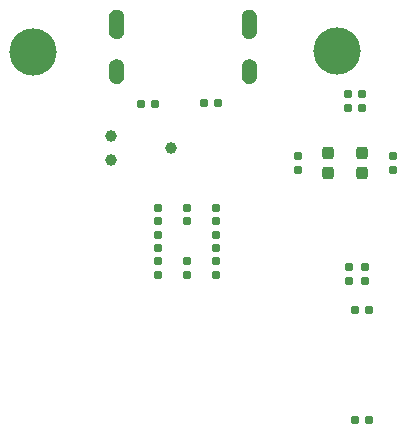
<source format=gbs>
G04 #@! TF.GenerationSoftware,KiCad,Pcbnew,8.0.4*
G04 #@! TF.CreationDate,2024-10-04T10:02:04-04:00*
G04 #@! TF.ProjectId,BlueSTM32,426c7565-5354-44d3-9332-2e6b69636164,rev?*
G04 #@! TF.SameCoordinates,Original*
G04 #@! TF.FileFunction,Soldermask,Bot*
G04 #@! TF.FilePolarity,Negative*
%FSLAX46Y46*%
G04 Gerber Fmt 4.6, Leading zero omitted, Abs format (unit mm)*
G04 Created by KiCad (PCBNEW 8.0.4) date 2024-10-04 10:02:04*
%MOMM*%
%LPD*%
G01*
G04 APERTURE LIST*
G04 Aperture macros list*
%AMRoundRect*
0 Rectangle with rounded corners*
0 $1 Rounding radius*
0 $2 $3 $4 $5 $6 $7 $8 $9 X,Y pos of 4 corners*
0 Add a 4 corners polygon primitive as box body*
4,1,4,$2,$3,$4,$5,$6,$7,$8,$9,$2,$3,0*
0 Add four circle primitives for the rounded corners*
1,1,$1+$1,$2,$3*
1,1,$1+$1,$4,$5*
1,1,$1+$1,$6,$7*
1,1,$1+$1,$8,$9*
0 Add four rect primitives between the rounded corners*
20,1,$1+$1,$2,$3,$4,$5,0*
20,1,$1+$1,$4,$5,$6,$7,0*
20,1,$1+$1,$6,$7,$8,$9,0*
20,1,$1+$1,$8,$9,$2,$3,0*%
G04 Aperture macros list end*
%ADD10C,0.010000*%
%ADD11C,0.990600*%
%ADD12RoundRect,0.155000X0.155000X-0.212500X0.155000X0.212500X-0.155000X0.212500X-0.155000X-0.212500X0*%
%ADD13RoundRect,0.155000X-0.155000X0.212500X-0.155000X-0.212500X0.155000X-0.212500X0.155000X0.212500X0*%
%ADD14RoundRect,0.237500X0.237500X-0.300000X0.237500X0.300000X-0.237500X0.300000X-0.237500X-0.300000X0*%
%ADD15C,4.000000*%
%ADD16RoundRect,0.160000X-0.160000X0.197500X-0.160000X-0.197500X0.160000X-0.197500X0.160000X0.197500X0*%
%ADD17RoundRect,0.155000X0.212500X0.155000X-0.212500X0.155000X-0.212500X-0.155000X0.212500X-0.155000X0*%
%ADD18RoundRect,0.155000X-0.212500X-0.155000X0.212500X-0.155000X0.212500X0.155000X-0.212500X0.155000X0*%
%ADD19RoundRect,0.160000X0.160000X-0.197500X0.160000X0.197500X-0.160000X0.197500X-0.160000X-0.197500X0*%
%ADD20RoundRect,0.160000X-0.197500X-0.160000X0.197500X-0.160000X0.197500X0.160000X-0.197500X0.160000X0*%
%ADD21RoundRect,0.237500X-0.237500X0.300000X-0.237500X-0.300000X0.237500X-0.300000X0.237500X0.300000X0*%
%ADD22RoundRect,0.160000X0.197500X0.160000X-0.197500X0.160000X-0.197500X-0.160000X0.197500X-0.160000X0*%
G04 APERTURE END LIST*
D10*
X175601000Y-104601000D02*
X175633000Y-104603000D01*
X175664000Y-104607000D01*
X175695000Y-104613000D01*
X175725000Y-104620000D01*
X175755000Y-104629000D01*
X175785000Y-104640000D01*
X175814000Y-104652000D01*
X175842000Y-104665000D01*
X175870000Y-104680000D01*
X175897000Y-104697000D01*
X175923000Y-104715000D01*
X175948000Y-104734000D01*
X175971000Y-104754000D01*
X175994000Y-104776000D01*
X176016000Y-104799000D01*
X176036000Y-104822000D01*
X176055000Y-104847000D01*
X176073000Y-104873000D01*
X176090000Y-104900000D01*
X176105000Y-104928000D01*
X176118000Y-104956000D01*
X176130000Y-104985000D01*
X176141000Y-105015000D01*
X176150000Y-105045000D01*
X176157000Y-105075000D01*
X176163000Y-105106000D01*
X176167000Y-105137000D01*
X176169000Y-105169000D01*
X176170000Y-105200000D01*
X176170000Y-106000000D01*
X176169000Y-106031000D01*
X176167000Y-106063000D01*
X176163000Y-106094000D01*
X176157000Y-106125000D01*
X176150000Y-106155000D01*
X176141000Y-106185000D01*
X176130000Y-106215000D01*
X176118000Y-106244000D01*
X176105000Y-106272000D01*
X176090000Y-106300000D01*
X176073000Y-106327000D01*
X176055000Y-106353000D01*
X176036000Y-106378000D01*
X176016000Y-106401000D01*
X175994000Y-106424000D01*
X175971000Y-106446000D01*
X175948000Y-106466000D01*
X175923000Y-106485000D01*
X175897000Y-106503000D01*
X175870000Y-106520000D01*
X175842000Y-106535000D01*
X175814000Y-106548000D01*
X175785000Y-106560000D01*
X175755000Y-106571000D01*
X175725000Y-106580000D01*
X175695000Y-106587000D01*
X175664000Y-106593000D01*
X175633000Y-106597000D01*
X175601000Y-106599000D01*
X175570000Y-106600000D01*
X175539000Y-106599000D01*
X175507000Y-106597000D01*
X175476000Y-106593000D01*
X175445000Y-106587000D01*
X175415000Y-106580000D01*
X175385000Y-106571000D01*
X175355000Y-106560000D01*
X175326000Y-106548000D01*
X175298000Y-106535000D01*
X175270000Y-106520000D01*
X175243000Y-106503000D01*
X175217000Y-106485000D01*
X175192000Y-106466000D01*
X175169000Y-106446000D01*
X175146000Y-106424000D01*
X175124000Y-106401000D01*
X175104000Y-106378000D01*
X175085000Y-106353000D01*
X175067000Y-106327000D01*
X175050000Y-106300000D01*
X175035000Y-106272000D01*
X175022000Y-106244000D01*
X175010000Y-106215000D01*
X174999000Y-106185000D01*
X174990000Y-106155000D01*
X174983000Y-106125000D01*
X174977000Y-106094000D01*
X174973000Y-106063000D01*
X174971000Y-106031000D01*
X174970000Y-106000000D01*
X174970000Y-105200000D01*
X174971000Y-105169000D01*
X174973000Y-105137000D01*
X174977000Y-105106000D01*
X174983000Y-105075000D01*
X174990000Y-105045000D01*
X174999000Y-105015000D01*
X175010000Y-104985000D01*
X175022000Y-104956000D01*
X175035000Y-104928000D01*
X175050000Y-104900000D01*
X175067000Y-104873000D01*
X175085000Y-104847000D01*
X175104000Y-104822000D01*
X175124000Y-104799000D01*
X175146000Y-104776000D01*
X175169000Y-104754000D01*
X175192000Y-104734000D01*
X175217000Y-104715000D01*
X175243000Y-104697000D01*
X175270000Y-104680000D01*
X175298000Y-104665000D01*
X175326000Y-104652000D01*
X175355000Y-104640000D01*
X175385000Y-104629000D01*
X175415000Y-104620000D01*
X175445000Y-104613000D01*
X175476000Y-104607000D01*
X175507000Y-104603000D01*
X175539000Y-104601000D01*
X175570000Y-104600000D01*
X175601000Y-104601000D01*
G36*
X175601000Y-104601000D02*
G01*
X175633000Y-104603000D01*
X175664000Y-104607000D01*
X175695000Y-104613000D01*
X175725000Y-104620000D01*
X175755000Y-104629000D01*
X175785000Y-104640000D01*
X175814000Y-104652000D01*
X175842000Y-104665000D01*
X175870000Y-104680000D01*
X175897000Y-104697000D01*
X175923000Y-104715000D01*
X175948000Y-104734000D01*
X175971000Y-104754000D01*
X175994000Y-104776000D01*
X176016000Y-104799000D01*
X176036000Y-104822000D01*
X176055000Y-104847000D01*
X176073000Y-104873000D01*
X176090000Y-104900000D01*
X176105000Y-104928000D01*
X176118000Y-104956000D01*
X176130000Y-104985000D01*
X176141000Y-105015000D01*
X176150000Y-105045000D01*
X176157000Y-105075000D01*
X176163000Y-105106000D01*
X176167000Y-105137000D01*
X176169000Y-105169000D01*
X176170000Y-105200000D01*
X176170000Y-106000000D01*
X176169000Y-106031000D01*
X176167000Y-106063000D01*
X176163000Y-106094000D01*
X176157000Y-106125000D01*
X176150000Y-106155000D01*
X176141000Y-106185000D01*
X176130000Y-106215000D01*
X176118000Y-106244000D01*
X176105000Y-106272000D01*
X176090000Y-106300000D01*
X176073000Y-106327000D01*
X176055000Y-106353000D01*
X176036000Y-106378000D01*
X176016000Y-106401000D01*
X175994000Y-106424000D01*
X175971000Y-106446000D01*
X175948000Y-106466000D01*
X175923000Y-106485000D01*
X175897000Y-106503000D01*
X175870000Y-106520000D01*
X175842000Y-106535000D01*
X175814000Y-106548000D01*
X175785000Y-106560000D01*
X175755000Y-106571000D01*
X175725000Y-106580000D01*
X175695000Y-106587000D01*
X175664000Y-106593000D01*
X175633000Y-106597000D01*
X175601000Y-106599000D01*
X175570000Y-106600000D01*
X175539000Y-106599000D01*
X175507000Y-106597000D01*
X175476000Y-106593000D01*
X175445000Y-106587000D01*
X175415000Y-106580000D01*
X175385000Y-106571000D01*
X175355000Y-106560000D01*
X175326000Y-106548000D01*
X175298000Y-106535000D01*
X175270000Y-106520000D01*
X175243000Y-106503000D01*
X175217000Y-106485000D01*
X175192000Y-106466000D01*
X175169000Y-106446000D01*
X175146000Y-106424000D01*
X175124000Y-106401000D01*
X175104000Y-106378000D01*
X175085000Y-106353000D01*
X175067000Y-106327000D01*
X175050000Y-106300000D01*
X175035000Y-106272000D01*
X175022000Y-106244000D01*
X175010000Y-106215000D01*
X174999000Y-106185000D01*
X174990000Y-106155000D01*
X174983000Y-106125000D01*
X174977000Y-106094000D01*
X174973000Y-106063000D01*
X174971000Y-106031000D01*
X174970000Y-106000000D01*
X174970000Y-105200000D01*
X174971000Y-105169000D01*
X174973000Y-105137000D01*
X174977000Y-105106000D01*
X174983000Y-105075000D01*
X174990000Y-105045000D01*
X174999000Y-105015000D01*
X175010000Y-104985000D01*
X175022000Y-104956000D01*
X175035000Y-104928000D01*
X175050000Y-104900000D01*
X175067000Y-104873000D01*
X175085000Y-104847000D01*
X175104000Y-104822000D01*
X175124000Y-104799000D01*
X175146000Y-104776000D01*
X175169000Y-104754000D01*
X175192000Y-104734000D01*
X175217000Y-104715000D01*
X175243000Y-104697000D01*
X175270000Y-104680000D01*
X175298000Y-104665000D01*
X175326000Y-104652000D01*
X175355000Y-104640000D01*
X175385000Y-104629000D01*
X175415000Y-104620000D01*
X175445000Y-104613000D01*
X175476000Y-104607000D01*
X175507000Y-104603000D01*
X175539000Y-104601000D01*
X175570000Y-104600000D01*
X175601000Y-104601000D01*
G37*
X175601000Y-100401000D02*
X175633000Y-100403000D01*
X175664000Y-100407000D01*
X175695000Y-100413000D01*
X175725000Y-100420000D01*
X175755000Y-100429000D01*
X175785000Y-100440000D01*
X175814000Y-100452000D01*
X175842000Y-100465000D01*
X175870000Y-100480000D01*
X175897000Y-100497000D01*
X175923000Y-100515000D01*
X175948000Y-100534000D01*
X175971000Y-100554000D01*
X175994000Y-100576000D01*
X176016000Y-100599000D01*
X176036000Y-100622000D01*
X176055000Y-100647000D01*
X176073000Y-100673000D01*
X176090000Y-100700000D01*
X176105000Y-100728000D01*
X176118000Y-100756000D01*
X176130000Y-100785000D01*
X176141000Y-100815000D01*
X176150000Y-100845000D01*
X176157000Y-100875000D01*
X176163000Y-100906000D01*
X176167000Y-100937000D01*
X176169000Y-100969000D01*
X176170000Y-101000000D01*
X176170000Y-102200000D01*
X176169000Y-102231000D01*
X176167000Y-102263000D01*
X176163000Y-102294000D01*
X176157000Y-102325000D01*
X176150000Y-102355000D01*
X176141000Y-102385000D01*
X176130000Y-102415000D01*
X176118000Y-102444000D01*
X176105000Y-102472000D01*
X176090000Y-102500000D01*
X176073000Y-102527000D01*
X176055000Y-102553000D01*
X176036000Y-102578000D01*
X176016000Y-102601000D01*
X175994000Y-102624000D01*
X175971000Y-102646000D01*
X175948000Y-102666000D01*
X175923000Y-102685000D01*
X175897000Y-102703000D01*
X175870000Y-102720000D01*
X175842000Y-102735000D01*
X175814000Y-102748000D01*
X175785000Y-102760000D01*
X175755000Y-102771000D01*
X175725000Y-102780000D01*
X175695000Y-102787000D01*
X175664000Y-102793000D01*
X175633000Y-102797000D01*
X175601000Y-102799000D01*
X175570000Y-102800000D01*
X175539000Y-102799000D01*
X175507000Y-102797000D01*
X175476000Y-102793000D01*
X175445000Y-102787000D01*
X175415000Y-102780000D01*
X175385000Y-102771000D01*
X175355000Y-102760000D01*
X175326000Y-102748000D01*
X175298000Y-102735000D01*
X175270000Y-102720000D01*
X175243000Y-102703000D01*
X175217000Y-102685000D01*
X175192000Y-102666000D01*
X175169000Y-102646000D01*
X175146000Y-102624000D01*
X175124000Y-102601000D01*
X175104000Y-102578000D01*
X175085000Y-102553000D01*
X175067000Y-102527000D01*
X175050000Y-102500000D01*
X175035000Y-102472000D01*
X175022000Y-102444000D01*
X175010000Y-102415000D01*
X174999000Y-102385000D01*
X174990000Y-102355000D01*
X174983000Y-102325000D01*
X174977000Y-102294000D01*
X174973000Y-102263000D01*
X174971000Y-102231000D01*
X174970000Y-102200000D01*
X174970000Y-101000000D01*
X174971000Y-100969000D01*
X174973000Y-100937000D01*
X174977000Y-100906000D01*
X174983000Y-100875000D01*
X174990000Y-100845000D01*
X174999000Y-100815000D01*
X175010000Y-100785000D01*
X175022000Y-100756000D01*
X175035000Y-100728000D01*
X175050000Y-100700000D01*
X175067000Y-100673000D01*
X175085000Y-100647000D01*
X175104000Y-100622000D01*
X175124000Y-100599000D01*
X175146000Y-100576000D01*
X175169000Y-100554000D01*
X175192000Y-100534000D01*
X175217000Y-100515000D01*
X175243000Y-100497000D01*
X175270000Y-100480000D01*
X175298000Y-100465000D01*
X175326000Y-100452000D01*
X175355000Y-100440000D01*
X175385000Y-100429000D01*
X175415000Y-100420000D01*
X175445000Y-100413000D01*
X175476000Y-100407000D01*
X175507000Y-100403000D01*
X175539000Y-100401000D01*
X175570000Y-100400000D01*
X175601000Y-100401000D01*
G36*
X175601000Y-100401000D02*
G01*
X175633000Y-100403000D01*
X175664000Y-100407000D01*
X175695000Y-100413000D01*
X175725000Y-100420000D01*
X175755000Y-100429000D01*
X175785000Y-100440000D01*
X175814000Y-100452000D01*
X175842000Y-100465000D01*
X175870000Y-100480000D01*
X175897000Y-100497000D01*
X175923000Y-100515000D01*
X175948000Y-100534000D01*
X175971000Y-100554000D01*
X175994000Y-100576000D01*
X176016000Y-100599000D01*
X176036000Y-100622000D01*
X176055000Y-100647000D01*
X176073000Y-100673000D01*
X176090000Y-100700000D01*
X176105000Y-100728000D01*
X176118000Y-100756000D01*
X176130000Y-100785000D01*
X176141000Y-100815000D01*
X176150000Y-100845000D01*
X176157000Y-100875000D01*
X176163000Y-100906000D01*
X176167000Y-100937000D01*
X176169000Y-100969000D01*
X176170000Y-101000000D01*
X176170000Y-102200000D01*
X176169000Y-102231000D01*
X176167000Y-102263000D01*
X176163000Y-102294000D01*
X176157000Y-102325000D01*
X176150000Y-102355000D01*
X176141000Y-102385000D01*
X176130000Y-102415000D01*
X176118000Y-102444000D01*
X176105000Y-102472000D01*
X176090000Y-102500000D01*
X176073000Y-102527000D01*
X176055000Y-102553000D01*
X176036000Y-102578000D01*
X176016000Y-102601000D01*
X175994000Y-102624000D01*
X175971000Y-102646000D01*
X175948000Y-102666000D01*
X175923000Y-102685000D01*
X175897000Y-102703000D01*
X175870000Y-102720000D01*
X175842000Y-102735000D01*
X175814000Y-102748000D01*
X175785000Y-102760000D01*
X175755000Y-102771000D01*
X175725000Y-102780000D01*
X175695000Y-102787000D01*
X175664000Y-102793000D01*
X175633000Y-102797000D01*
X175601000Y-102799000D01*
X175570000Y-102800000D01*
X175539000Y-102799000D01*
X175507000Y-102797000D01*
X175476000Y-102793000D01*
X175445000Y-102787000D01*
X175415000Y-102780000D01*
X175385000Y-102771000D01*
X175355000Y-102760000D01*
X175326000Y-102748000D01*
X175298000Y-102735000D01*
X175270000Y-102720000D01*
X175243000Y-102703000D01*
X175217000Y-102685000D01*
X175192000Y-102666000D01*
X175169000Y-102646000D01*
X175146000Y-102624000D01*
X175124000Y-102601000D01*
X175104000Y-102578000D01*
X175085000Y-102553000D01*
X175067000Y-102527000D01*
X175050000Y-102500000D01*
X175035000Y-102472000D01*
X175022000Y-102444000D01*
X175010000Y-102415000D01*
X174999000Y-102385000D01*
X174990000Y-102355000D01*
X174983000Y-102325000D01*
X174977000Y-102294000D01*
X174973000Y-102263000D01*
X174971000Y-102231000D01*
X174970000Y-102200000D01*
X174970000Y-101000000D01*
X174971000Y-100969000D01*
X174973000Y-100937000D01*
X174977000Y-100906000D01*
X174983000Y-100875000D01*
X174990000Y-100845000D01*
X174999000Y-100815000D01*
X175010000Y-100785000D01*
X175022000Y-100756000D01*
X175035000Y-100728000D01*
X175050000Y-100700000D01*
X175067000Y-100673000D01*
X175085000Y-100647000D01*
X175104000Y-100622000D01*
X175124000Y-100599000D01*
X175146000Y-100576000D01*
X175169000Y-100554000D01*
X175192000Y-100534000D01*
X175217000Y-100515000D01*
X175243000Y-100497000D01*
X175270000Y-100480000D01*
X175298000Y-100465000D01*
X175326000Y-100452000D01*
X175355000Y-100440000D01*
X175385000Y-100429000D01*
X175415000Y-100420000D01*
X175445000Y-100413000D01*
X175476000Y-100407000D01*
X175507000Y-100403000D01*
X175539000Y-100401000D01*
X175570000Y-100400000D01*
X175601000Y-100401000D01*
G37*
X164361000Y-104601000D02*
X164393000Y-104603000D01*
X164424000Y-104607000D01*
X164455000Y-104613000D01*
X164485000Y-104620000D01*
X164515000Y-104629000D01*
X164545000Y-104640000D01*
X164574000Y-104652000D01*
X164602000Y-104665000D01*
X164630000Y-104680000D01*
X164657000Y-104697000D01*
X164683000Y-104715000D01*
X164708000Y-104734000D01*
X164731000Y-104754000D01*
X164754000Y-104776000D01*
X164776000Y-104799000D01*
X164796000Y-104822000D01*
X164815000Y-104847000D01*
X164833000Y-104873000D01*
X164850000Y-104900000D01*
X164865000Y-104928000D01*
X164878000Y-104956000D01*
X164890000Y-104985000D01*
X164901000Y-105015000D01*
X164910000Y-105045000D01*
X164917000Y-105075000D01*
X164923000Y-105106000D01*
X164927000Y-105137000D01*
X164929000Y-105169000D01*
X164930000Y-105200000D01*
X164930000Y-106000000D01*
X164929000Y-106031000D01*
X164927000Y-106063000D01*
X164923000Y-106094000D01*
X164917000Y-106125000D01*
X164910000Y-106155000D01*
X164901000Y-106185000D01*
X164890000Y-106215000D01*
X164878000Y-106244000D01*
X164865000Y-106272000D01*
X164850000Y-106300000D01*
X164833000Y-106327000D01*
X164815000Y-106353000D01*
X164796000Y-106378000D01*
X164776000Y-106401000D01*
X164754000Y-106424000D01*
X164731000Y-106446000D01*
X164708000Y-106466000D01*
X164683000Y-106485000D01*
X164657000Y-106503000D01*
X164630000Y-106520000D01*
X164602000Y-106535000D01*
X164574000Y-106548000D01*
X164545000Y-106560000D01*
X164515000Y-106571000D01*
X164485000Y-106580000D01*
X164455000Y-106587000D01*
X164424000Y-106593000D01*
X164393000Y-106597000D01*
X164361000Y-106599000D01*
X164330000Y-106600000D01*
X164299000Y-106599000D01*
X164267000Y-106597000D01*
X164236000Y-106593000D01*
X164205000Y-106587000D01*
X164175000Y-106580000D01*
X164145000Y-106571000D01*
X164115000Y-106560000D01*
X164086000Y-106548000D01*
X164058000Y-106535000D01*
X164030000Y-106520000D01*
X164003000Y-106503000D01*
X163977000Y-106485000D01*
X163952000Y-106466000D01*
X163929000Y-106446000D01*
X163906000Y-106424000D01*
X163884000Y-106401000D01*
X163864000Y-106378000D01*
X163845000Y-106353000D01*
X163827000Y-106327000D01*
X163810000Y-106300000D01*
X163795000Y-106272000D01*
X163782000Y-106244000D01*
X163770000Y-106215000D01*
X163759000Y-106185000D01*
X163750000Y-106155000D01*
X163743000Y-106125000D01*
X163737000Y-106094000D01*
X163733000Y-106063000D01*
X163731000Y-106031000D01*
X163730000Y-106000000D01*
X163730000Y-105200000D01*
X163731000Y-105169000D01*
X163733000Y-105137000D01*
X163737000Y-105106000D01*
X163743000Y-105075000D01*
X163750000Y-105045000D01*
X163759000Y-105015000D01*
X163770000Y-104985000D01*
X163782000Y-104956000D01*
X163795000Y-104928000D01*
X163810000Y-104900000D01*
X163827000Y-104873000D01*
X163845000Y-104847000D01*
X163864000Y-104822000D01*
X163884000Y-104799000D01*
X163906000Y-104776000D01*
X163929000Y-104754000D01*
X163952000Y-104734000D01*
X163977000Y-104715000D01*
X164003000Y-104697000D01*
X164030000Y-104680000D01*
X164058000Y-104665000D01*
X164086000Y-104652000D01*
X164115000Y-104640000D01*
X164145000Y-104629000D01*
X164175000Y-104620000D01*
X164205000Y-104613000D01*
X164236000Y-104607000D01*
X164267000Y-104603000D01*
X164299000Y-104601000D01*
X164330000Y-104600000D01*
X164361000Y-104601000D01*
G36*
X164361000Y-104601000D02*
G01*
X164393000Y-104603000D01*
X164424000Y-104607000D01*
X164455000Y-104613000D01*
X164485000Y-104620000D01*
X164515000Y-104629000D01*
X164545000Y-104640000D01*
X164574000Y-104652000D01*
X164602000Y-104665000D01*
X164630000Y-104680000D01*
X164657000Y-104697000D01*
X164683000Y-104715000D01*
X164708000Y-104734000D01*
X164731000Y-104754000D01*
X164754000Y-104776000D01*
X164776000Y-104799000D01*
X164796000Y-104822000D01*
X164815000Y-104847000D01*
X164833000Y-104873000D01*
X164850000Y-104900000D01*
X164865000Y-104928000D01*
X164878000Y-104956000D01*
X164890000Y-104985000D01*
X164901000Y-105015000D01*
X164910000Y-105045000D01*
X164917000Y-105075000D01*
X164923000Y-105106000D01*
X164927000Y-105137000D01*
X164929000Y-105169000D01*
X164930000Y-105200000D01*
X164930000Y-106000000D01*
X164929000Y-106031000D01*
X164927000Y-106063000D01*
X164923000Y-106094000D01*
X164917000Y-106125000D01*
X164910000Y-106155000D01*
X164901000Y-106185000D01*
X164890000Y-106215000D01*
X164878000Y-106244000D01*
X164865000Y-106272000D01*
X164850000Y-106300000D01*
X164833000Y-106327000D01*
X164815000Y-106353000D01*
X164796000Y-106378000D01*
X164776000Y-106401000D01*
X164754000Y-106424000D01*
X164731000Y-106446000D01*
X164708000Y-106466000D01*
X164683000Y-106485000D01*
X164657000Y-106503000D01*
X164630000Y-106520000D01*
X164602000Y-106535000D01*
X164574000Y-106548000D01*
X164545000Y-106560000D01*
X164515000Y-106571000D01*
X164485000Y-106580000D01*
X164455000Y-106587000D01*
X164424000Y-106593000D01*
X164393000Y-106597000D01*
X164361000Y-106599000D01*
X164330000Y-106600000D01*
X164299000Y-106599000D01*
X164267000Y-106597000D01*
X164236000Y-106593000D01*
X164205000Y-106587000D01*
X164175000Y-106580000D01*
X164145000Y-106571000D01*
X164115000Y-106560000D01*
X164086000Y-106548000D01*
X164058000Y-106535000D01*
X164030000Y-106520000D01*
X164003000Y-106503000D01*
X163977000Y-106485000D01*
X163952000Y-106466000D01*
X163929000Y-106446000D01*
X163906000Y-106424000D01*
X163884000Y-106401000D01*
X163864000Y-106378000D01*
X163845000Y-106353000D01*
X163827000Y-106327000D01*
X163810000Y-106300000D01*
X163795000Y-106272000D01*
X163782000Y-106244000D01*
X163770000Y-106215000D01*
X163759000Y-106185000D01*
X163750000Y-106155000D01*
X163743000Y-106125000D01*
X163737000Y-106094000D01*
X163733000Y-106063000D01*
X163731000Y-106031000D01*
X163730000Y-106000000D01*
X163730000Y-105200000D01*
X163731000Y-105169000D01*
X163733000Y-105137000D01*
X163737000Y-105106000D01*
X163743000Y-105075000D01*
X163750000Y-105045000D01*
X163759000Y-105015000D01*
X163770000Y-104985000D01*
X163782000Y-104956000D01*
X163795000Y-104928000D01*
X163810000Y-104900000D01*
X163827000Y-104873000D01*
X163845000Y-104847000D01*
X163864000Y-104822000D01*
X163884000Y-104799000D01*
X163906000Y-104776000D01*
X163929000Y-104754000D01*
X163952000Y-104734000D01*
X163977000Y-104715000D01*
X164003000Y-104697000D01*
X164030000Y-104680000D01*
X164058000Y-104665000D01*
X164086000Y-104652000D01*
X164115000Y-104640000D01*
X164145000Y-104629000D01*
X164175000Y-104620000D01*
X164205000Y-104613000D01*
X164236000Y-104607000D01*
X164267000Y-104603000D01*
X164299000Y-104601000D01*
X164330000Y-104600000D01*
X164361000Y-104601000D01*
G37*
X164361000Y-100401000D02*
X164393000Y-100403000D01*
X164424000Y-100407000D01*
X164455000Y-100413000D01*
X164485000Y-100420000D01*
X164515000Y-100429000D01*
X164545000Y-100440000D01*
X164574000Y-100452000D01*
X164602000Y-100465000D01*
X164630000Y-100480000D01*
X164657000Y-100497000D01*
X164683000Y-100515000D01*
X164708000Y-100534000D01*
X164731000Y-100554000D01*
X164754000Y-100576000D01*
X164776000Y-100599000D01*
X164796000Y-100622000D01*
X164815000Y-100647000D01*
X164833000Y-100673000D01*
X164850000Y-100700000D01*
X164865000Y-100728000D01*
X164878000Y-100756000D01*
X164890000Y-100785000D01*
X164901000Y-100815000D01*
X164910000Y-100845000D01*
X164917000Y-100875000D01*
X164923000Y-100906000D01*
X164927000Y-100937000D01*
X164929000Y-100969000D01*
X164930000Y-101000000D01*
X164930000Y-102200000D01*
X164929000Y-102231000D01*
X164927000Y-102263000D01*
X164923000Y-102294000D01*
X164917000Y-102325000D01*
X164910000Y-102355000D01*
X164901000Y-102385000D01*
X164890000Y-102415000D01*
X164878000Y-102444000D01*
X164865000Y-102472000D01*
X164850000Y-102500000D01*
X164833000Y-102527000D01*
X164815000Y-102553000D01*
X164796000Y-102578000D01*
X164776000Y-102601000D01*
X164754000Y-102624000D01*
X164731000Y-102646000D01*
X164708000Y-102666000D01*
X164683000Y-102685000D01*
X164657000Y-102703000D01*
X164630000Y-102720000D01*
X164602000Y-102735000D01*
X164574000Y-102748000D01*
X164545000Y-102760000D01*
X164515000Y-102771000D01*
X164485000Y-102780000D01*
X164455000Y-102787000D01*
X164424000Y-102793000D01*
X164393000Y-102797000D01*
X164361000Y-102799000D01*
X164330000Y-102800000D01*
X164299000Y-102799000D01*
X164267000Y-102797000D01*
X164236000Y-102793000D01*
X164205000Y-102787000D01*
X164175000Y-102780000D01*
X164145000Y-102771000D01*
X164115000Y-102760000D01*
X164086000Y-102748000D01*
X164058000Y-102735000D01*
X164030000Y-102720000D01*
X164003000Y-102703000D01*
X163977000Y-102685000D01*
X163952000Y-102666000D01*
X163929000Y-102646000D01*
X163906000Y-102624000D01*
X163884000Y-102601000D01*
X163864000Y-102578000D01*
X163845000Y-102553000D01*
X163827000Y-102527000D01*
X163810000Y-102500000D01*
X163795000Y-102472000D01*
X163782000Y-102444000D01*
X163770000Y-102415000D01*
X163759000Y-102385000D01*
X163750000Y-102355000D01*
X163743000Y-102325000D01*
X163737000Y-102294000D01*
X163733000Y-102263000D01*
X163731000Y-102231000D01*
X163730000Y-102200000D01*
X163730000Y-101000000D01*
X163731000Y-100969000D01*
X163733000Y-100937000D01*
X163737000Y-100906000D01*
X163743000Y-100875000D01*
X163750000Y-100845000D01*
X163759000Y-100815000D01*
X163770000Y-100785000D01*
X163782000Y-100756000D01*
X163795000Y-100728000D01*
X163810000Y-100700000D01*
X163827000Y-100673000D01*
X163845000Y-100647000D01*
X163864000Y-100622000D01*
X163884000Y-100599000D01*
X163906000Y-100576000D01*
X163929000Y-100554000D01*
X163952000Y-100534000D01*
X163977000Y-100515000D01*
X164003000Y-100497000D01*
X164030000Y-100480000D01*
X164058000Y-100465000D01*
X164086000Y-100452000D01*
X164115000Y-100440000D01*
X164145000Y-100429000D01*
X164175000Y-100420000D01*
X164205000Y-100413000D01*
X164236000Y-100407000D01*
X164267000Y-100403000D01*
X164299000Y-100401000D01*
X164330000Y-100400000D01*
X164361000Y-100401000D01*
G36*
X164361000Y-100401000D02*
G01*
X164393000Y-100403000D01*
X164424000Y-100407000D01*
X164455000Y-100413000D01*
X164485000Y-100420000D01*
X164515000Y-100429000D01*
X164545000Y-100440000D01*
X164574000Y-100452000D01*
X164602000Y-100465000D01*
X164630000Y-100480000D01*
X164657000Y-100497000D01*
X164683000Y-100515000D01*
X164708000Y-100534000D01*
X164731000Y-100554000D01*
X164754000Y-100576000D01*
X164776000Y-100599000D01*
X164796000Y-100622000D01*
X164815000Y-100647000D01*
X164833000Y-100673000D01*
X164850000Y-100700000D01*
X164865000Y-100728000D01*
X164878000Y-100756000D01*
X164890000Y-100785000D01*
X164901000Y-100815000D01*
X164910000Y-100845000D01*
X164917000Y-100875000D01*
X164923000Y-100906000D01*
X164927000Y-100937000D01*
X164929000Y-100969000D01*
X164930000Y-101000000D01*
X164930000Y-102200000D01*
X164929000Y-102231000D01*
X164927000Y-102263000D01*
X164923000Y-102294000D01*
X164917000Y-102325000D01*
X164910000Y-102355000D01*
X164901000Y-102385000D01*
X164890000Y-102415000D01*
X164878000Y-102444000D01*
X164865000Y-102472000D01*
X164850000Y-102500000D01*
X164833000Y-102527000D01*
X164815000Y-102553000D01*
X164796000Y-102578000D01*
X164776000Y-102601000D01*
X164754000Y-102624000D01*
X164731000Y-102646000D01*
X164708000Y-102666000D01*
X164683000Y-102685000D01*
X164657000Y-102703000D01*
X164630000Y-102720000D01*
X164602000Y-102735000D01*
X164574000Y-102748000D01*
X164545000Y-102760000D01*
X164515000Y-102771000D01*
X164485000Y-102780000D01*
X164455000Y-102787000D01*
X164424000Y-102793000D01*
X164393000Y-102797000D01*
X164361000Y-102799000D01*
X164330000Y-102800000D01*
X164299000Y-102799000D01*
X164267000Y-102797000D01*
X164236000Y-102793000D01*
X164205000Y-102787000D01*
X164175000Y-102780000D01*
X164145000Y-102771000D01*
X164115000Y-102760000D01*
X164086000Y-102748000D01*
X164058000Y-102735000D01*
X164030000Y-102720000D01*
X164003000Y-102703000D01*
X163977000Y-102685000D01*
X163952000Y-102666000D01*
X163929000Y-102646000D01*
X163906000Y-102624000D01*
X163884000Y-102601000D01*
X163864000Y-102578000D01*
X163845000Y-102553000D01*
X163827000Y-102527000D01*
X163810000Y-102500000D01*
X163795000Y-102472000D01*
X163782000Y-102444000D01*
X163770000Y-102415000D01*
X163759000Y-102385000D01*
X163750000Y-102355000D01*
X163743000Y-102325000D01*
X163737000Y-102294000D01*
X163733000Y-102263000D01*
X163731000Y-102231000D01*
X163730000Y-102200000D01*
X163730000Y-101000000D01*
X163731000Y-100969000D01*
X163733000Y-100937000D01*
X163737000Y-100906000D01*
X163743000Y-100875000D01*
X163750000Y-100845000D01*
X163759000Y-100815000D01*
X163770000Y-100785000D01*
X163782000Y-100756000D01*
X163795000Y-100728000D01*
X163810000Y-100700000D01*
X163827000Y-100673000D01*
X163845000Y-100647000D01*
X163864000Y-100622000D01*
X163884000Y-100599000D01*
X163906000Y-100576000D01*
X163929000Y-100554000D01*
X163952000Y-100534000D01*
X163977000Y-100515000D01*
X164003000Y-100497000D01*
X164030000Y-100480000D01*
X164058000Y-100465000D01*
X164086000Y-100452000D01*
X164115000Y-100440000D01*
X164145000Y-100429000D01*
X164175000Y-100420000D01*
X164205000Y-100413000D01*
X164236000Y-100407000D01*
X164267000Y-100403000D01*
X164299000Y-100401000D01*
X164330000Y-100400000D01*
X164361000Y-100401000D01*
G37*
D11*
X168960000Y-112110000D03*
X163880000Y-113126000D03*
X163880000Y-111094000D03*
D12*
X179692500Y-113927500D03*
X179692500Y-112792500D03*
D13*
X167890000Y-117152500D03*
X167890000Y-118287500D03*
D12*
X170370000Y-122847500D03*
X170370000Y-121712500D03*
D13*
X167900000Y-119442500D03*
X167900000Y-120577500D03*
D14*
X182252500Y-114222500D03*
X182252500Y-112497500D03*
D15*
X183010000Y-103930000D03*
D12*
X167900000Y-122847500D03*
X167900000Y-121712500D03*
D13*
X184080000Y-122202500D03*
X184080000Y-123337500D03*
D16*
X183927500Y-107522500D03*
X183927500Y-108717500D03*
D13*
X187802500Y-112802500D03*
X187802500Y-113937500D03*
X170370000Y-117162500D03*
X170370000Y-118297500D03*
D15*
X157320000Y-103960000D03*
D13*
X172810000Y-117152500D03*
X172810000Y-118287500D03*
X172810000Y-119442500D03*
X172810000Y-120577500D03*
D17*
X185700000Y-125852500D03*
X184565000Y-125852500D03*
D18*
X184575000Y-135132500D03*
X185710000Y-135132500D03*
D19*
X185137500Y-108727500D03*
X185137500Y-107532500D03*
D20*
X171772500Y-108300000D03*
X172967500Y-108300000D03*
D21*
X185162500Y-112497500D03*
X185162500Y-114222500D03*
D13*
X185440000Y-122202500D03*
X185440000Y-123337500D03*
D22*
X167647500Y-108340000D03*
X166452500Y-108340000D03*
D12*
X172810000Y-122847500D03*
X172810000Y-121712500D03*
M02*

</source>
